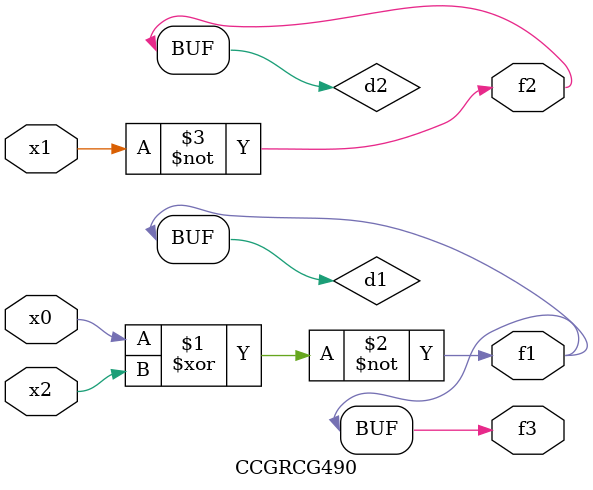
<source format=v>
module CCGRCG490(
	input x0, x1, x2,
	output f1, f2, f3
);

	wire d1, d2, d3;

	xnor (d1, x0, x2);
	nand (d2, x1);
	nor (d3, x1, x2);
	assign f1 = d1;
	assign f2 = d2;
	assign f3 = d1;
endmodule

</source>
